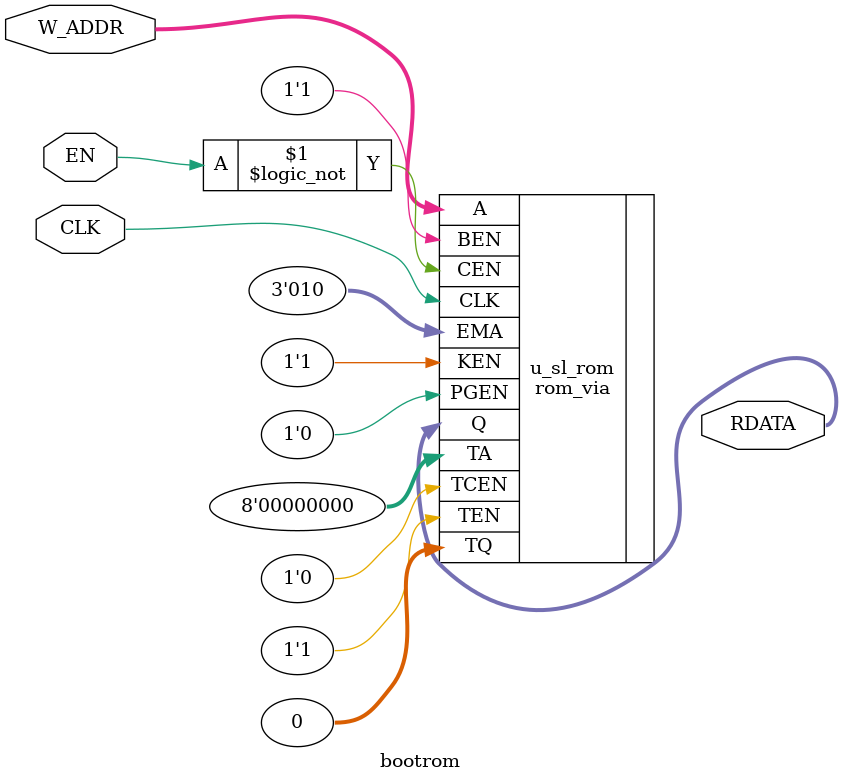
<source format=v>

module bootrom #(
    parameter AW_ADDR_W = 8
)(
    `ifdef POWER_PINS
    inout VDD,
    inout VSS,
    `endif
    input  wire CLK,
    input  wire EN,
    input  wire [7:0] W_ADDR,
    output reg [31:0] RDATA 
);

    rom_via 
        u_sl_rom(
        `ifdef POWER_PINS
        .VDDE(VDD),
        .VSSE(VSS),
        `endif
        .Q(RDATA),
        .CLK(CLK),
        .CEN(!EN),
        .A(W_ADDR),
        .EMA(3'b010),
        .TEN(1'b1),
        .BEN(1'b1),
        .TCEN(1'b0),
        .TA(8'b0),
        .TQ(32'b0),
        .PGEN(1'b0),
        .KEN(1'b1)
    );

endmodule

</source>
